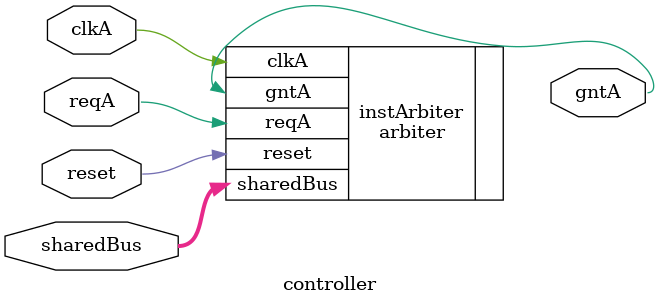
<source format=sv>
`timescale 1ns / 1ps

module controller (
    input clkA,
    input reset,
    input reqA,
    input [63:0] sharedBus,
    output reg gntA
);
    
    arbiter instArbiter(
        .clkA(clkA),
        .reset(reset),
        .reqA(reqA),
        .sharedBus(sharedBus),
        .gntA(gntA)
    );

endmodule
</source>
